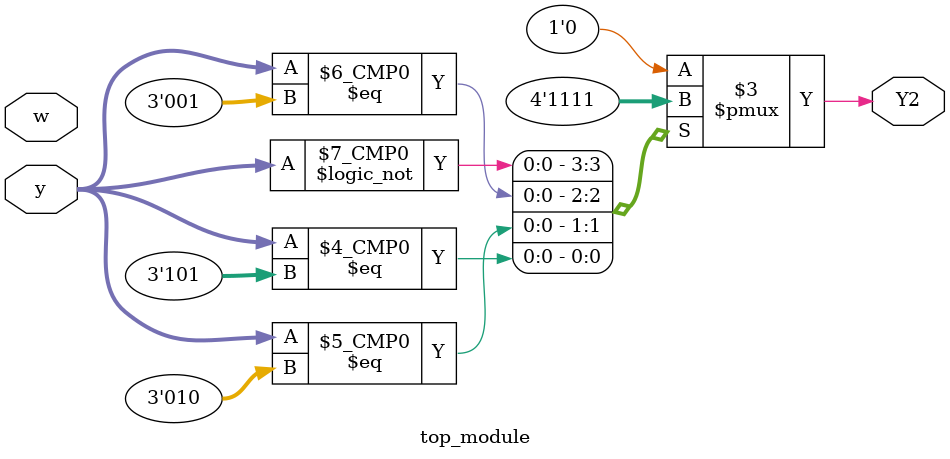
<source format=sv>
module top_module(
	input [3:1] y,
	input w,
	output reg Y2);

	always @(*) begin
		case (y)
			3'b000: Y2 = 1'b1; // A -> B
			3'b001: Y2 = 1'b1; // B -> A
			3'b010: Y2 = 1'b1; // C -> D
			3'b011: Y2 = 1'b0; // D -> A
			3'b100: Y2 = 1'b0; // E -> D
			3'b101: Y2 = 1'b1; // F -> D
			default: Y2 = 1'b0; // Default
		endcase
	end

endmodule

</source>
